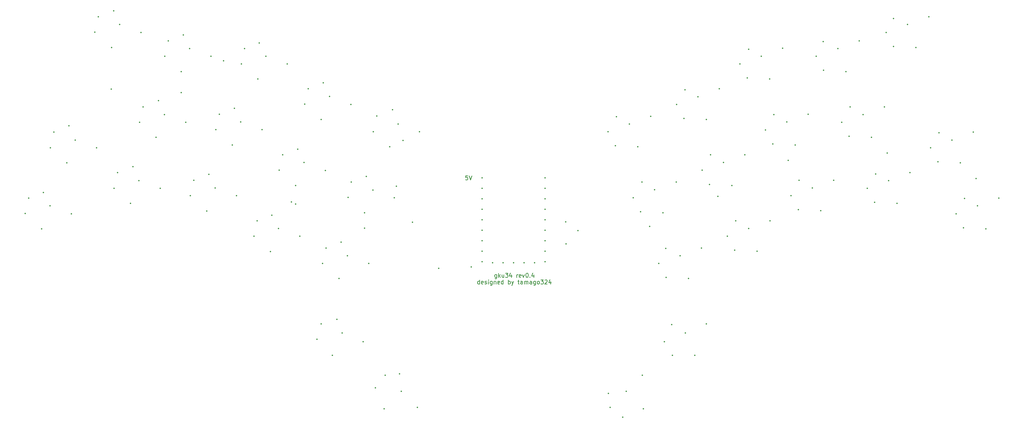
<source format=gto>
%TF.GenerationSoftware,KiCad,Pcbnew,(6.0.11)*%
%TF.CreationDate,2024-03-25T22:10:57+09:00*%
%TF.ProjectId,gku34,676b7533-342e-46b6-9963-61645f706362,rev?*%
%TF.SameCoordinates,Original*%
%TF.FileFunction,Legend,Top*%
%TF.FilePolarity,Positive*%
%FSLAX46Y46*%
G04 Gerber Fmt 4.6, Leading zero omitted, Abs format (unit mm)*
G04 Created by KiCad (PCBNEW (6.0.11)) date 2024-03-25 22:10:57*
%MOMM*%
%LPD*%
G01*
G04 APERTURE LIST*
%ADD10C,0.200000*%
%ADD11C,0.150000*%
%ADD12C,0.350000*%
G04 APERTURE END LIST*
D10*
X135414285Y-89658714D02*
X135414285Y-90468238D01*
X135366666Y-90563476D01*
X135319047Y-90611095D01*
X135223809Y-90658714D01*
X135080952Y-90658714D01*
X134985714Y-90611095D01*
X135414285Y-90277761D02*
X135319047Y-90325380D01*
X135128571Y-90325380D01*
X135033333Y-90277761D01*
X134985714Y-90230142D01*
X134938095Y-90134904D01*
X134938095Y-89849190D01*
X134985714Y-89753952D01*
X135033333Y-89706333D01*
X135128571Y-89658714D01*
X135319047Y-89658714D01*
X135414285Y-89706333D01*
X135890476Y-90325380D02*
X135890476Y-89325380D01*
X135985714Y-89944428D02*
X136271428Y-90325380D01*
X136271428Y-89658714D02*
X135890476Y-90039666D01*
X137128571Y-89658714D02*
X137128571Y-90325380D01*
X136700000Y-89658714D02*
X136700000Y-90182523D01*
X136747619Y-90277761D01*
X136842857Y-90325380D01*
X136985714Y-90325380D01*
X137080952Y-90277761D01*
X137128571Y-90230142D01*
X137509523Y-89325380D02*
X138128571Y-89325380D01*
X137795238Y-89706333D01*
X137938095Y-89706333D01*
X138033333Y-89753952D01*
X138080952Y-89801571D01*
X138128571Y-89896809D01*
X138128571Y-90134904D01*
X138080952Y-90230142D01*
X138033333Y-90277761D01*
X137938095Y-90325380D01*
X137652380Y-90325380D01*
X137557142Y-90277761D01*
X137509523Y-90230142D01*
X138985714Y-89658714D02*
X138985714Y-90325380D01*
X138747619Y-89277761D02*
X138509523Y-89992047D01*
X139128571Y-89992047D01*
X140271428Y-90325380D02*
X140271428Y-89658714D01*
X140271428Y-89849190D02*
X140319047Y-89753952D01*
X140366666Y-89706333D01*
X140461904Y-89658714D01*
X140557142Y-89658714D01*
X141271428Y-90277761D02*
X141176190Y-90325380D01*
X140985714Y-90325380D01*
X140890476Y-90277761D01*
X140842857Y-90182523D01*
X140842857Y-89801571D01*
X140890476Y-89706333D01*
X140985714Y-89658714D01*
X141176190Y-89658714D01*
X141271428Y-89706333D01*
X141319047Y-89801571D01*
X141319047Y-89896809D01*
X140842857Y-89992047D01*
X141652380Y-89658714D02*
X141890476Y-90325380D01*
X142128571Y-89658714D01*
X142700000Y-89325380D02*
X142795238Y-89325380D01*
X142890476Y-89373000D01*
X142938095Y-89420619D01*
X142985714Y-89515857D01*
X143033333Y-89706333D01*
X143033333Y-89944428D01*
X142985714Y-90134904D01*
X142938095Y-90230142D01*
X142890476Y-90277761D01*
X142795238Y-90325380D01*
X142700000Y-90325380D01*
X142604761Y-90277761D01*
X142557142Y-90230142D01*
X142509523Y-90134904D01*
X142461904Y-89944428D01*
X142461904Y-89706333D01*
X142509523Y-89515857D01*
X142557142Y-89420619D01*
X142604761Y-89373000D01*
X142700000Y-89325380D01*
X143461904Y-90230142D02*
X143509523Y-90277761D01*
X143461904Y-90325380D01*
X143414285Y-90277761D01*
X143461904Y-90230142D01*
X143461904Y-90325380D01*
X144366666Y-89658714D02*
X144366666Y-90325380D01*
X144128571Y-89277761D02*
X143890476Y-89992047D01*
X144509523Y-89992047D01*
X131271428Y-91935380D02*
X131271428Y-90935380D01*
X131271428Y-91887761D02*
X131176190Y-91935380D01*
X130985714Y-91935380D01*
X130890476Y-91887761D01*
X130842857Y-91840142D01*
X130795238Y-91744904D01*
X130795238Y-91459190D01*
X130842857Y-91363952D01*
X130890476Y-91316333D01*
X130985714Y-91268714D01*
X131176190Y-91268714D01*
X131271428Y-91316333D01*
X132128571Y-91887761D02*
X132033333Y-91935380D01*
X131842857Y-91935380D01*
X131747619Y-91887761D01*
X131700000Y-91792523D01*
X131700000Y-91411571D01*
X131747619Y-91316333D01*
X131842857Y-91268714D01*
X132033333Y-91268714D01*
X132128571Y-91316333D01*
X132176190Y-91411571D01*
X132176190Y-91506809D01*
X131700000Y-91602047D01*
X132557142Y-91887761D02*
X132652380Y-91935380D01*
X132842857Y-91935380D01*
X132938095Y-91887761D01*
X132985714Y-91792523D01*
X132985714Y-91744904D01*
X132938095Y-91649666D01*
X132842857Y-91602047D01*
X132700000Y-91602047D01*
X132604761Y-91554428D01*
X132557142Y-91459190D01*
X132557142Y-91411571D01*
X132604761Y-91316333D01*
X132700000Y-91268714D01*
X132842857Y-91268714D01*
X132938095Y-91316333D01*
X133414285Y-91935380D02*
X133414285Y-91268714D01*
X133414285Y-90935380D02*
X133366666Y-90983000D01*
X133414285Y-91030619D01*
X133461904Y-90983000D01*
X133414285Y-90935380D01*
X133414285Y-91030619D01*
X134319047Y-91268714D02*
X134319047Y-92078238D01*
X134271428Y-92173476D01*
X134223809Y-92221095D01*
X134128571Y-92268714D01*
X133985714Y-92268714D01*
X133890476Y-92221095D01*
X134319047Y-91887761D02*
X134223809Y-91935380D01*
X134033333Y-91935380D01*
X133938095Y-91887761D01*
X133890476Y-91840142D01*
X133842857Y-91744904D01*
X133842857Y-91459190D01*
X133890476Y-91363952D01*
X133938095Y-91316333D01*
X134033333Y-91268714D01*
X134223809Y-91268714D01*
X134319047Y-91316333D01*
X134795238Y-91268714D02*
X134795238Y-91935380D01*
X134795238Y-91363952D02*
X134842857Y-91316333D01*
X134938095Y-91268714D01*
X135080952Y-91268714D01*
X135176190Y-91316333D01*
X135223809Y-91411571D01*
X135223809Y-91935380D01*
X136080952Y-91887761D02*
X135985714Y-91935380D01*
X135795238Y-91935380D01*
X135700000Y-91887761D01*
X135652380Y-91792523D01*
X135652380Y-91411571D01*
X135700000Y-91316333D01*
X135795238Y-91268714D01*
X135985714Y-91268714D01*
X136080952Y-91316333D01*
X136128571Y-91411571D01*
X136128571Y-91506809D01*
X135652380Y-91602047D01*
X136985714Y-91935380D02*
X136985714Y-90935380D01*
X136985714Y-91887761D02*
X136890476Y-91935380D01*
X136700000Y-91935380D01*
X136604761Y-91887761D01*
X136557142Y-91840142D01*
X136509523Y-91744904D01*
X136509523Y-91459190D01*
X136557142Y-91363952D01*
X136604761Y-91316333D01*
X136700000Y-91268714D01*
X136890476Y-91268714D01*
X136985714Y-91316333D01*
X138223809Y-91935380D02*
X138223809Y-90935380D01*
X138223809Y-91316333D02*
X138319047Y-91268714D01*
X138509523Y-91268714D01*
X138604761Y-91316333D01*
X138652380Y-91363952D01*
X138700000Y-91459190D01*
X138700000Y-91744904D01*
X138652380Y-91840142D01*
X138604761Y-91887761D01*
X138509523Y-91935380D01*
X138319047Y-91935380D01*
X138223809Y-91887761D01*
X139033333Y-91268714D02*
X139271428Y-91935380D01*
X139509523Y-91268714D02*
X139271428Y-91935380D01*
X139176190Y-92173476D01*
X139128571Y-92221095D01*
X139033333Y-92268714D01*
X140509523Y-91268714D02*
X140890476Y-91268714D01*
X140652380Y-90935380D02*
X140652380Y-91792523D01*
X140700000Y-91887761D01*
X140795238Y-91935380D01*
X140890476Y-91935380D01*
X141652380Y-91935380D02*
X141652380Y-91411571D01*
X141604761Y-91316333D01*
X141509523Y-91268714D01*
X141319047Y-91268714D01*
X141223809Y-91316333D01*
X141652380Y-91887761D02*
X141557142Y-91935380D01*
X141319047Y-91935380D01*
X141223809Y-91887761D01*
X141176190Y-91792523D01*
X141176190Y-91697285D01*
X141223809Y-91602047D01*
X141319047Y-91554428D01*
X141557142Y-91554428D01*
X141652380Y-91506809D01*
X142128571Y-91935380D02*
X142128571Y-91268714D01*
X142128571Y-91363952D02*
X142176190Y-91316333D01*
X142271428Y-91268714D01*
X142414285Y-91268714D01*
X142509523Y-91316333D01*
X142557142Y-91411571D01*
X142557142Y-91935380D01*
X142557142Y-91411571D02*
X142604761Y-91316333D01*
X142700000Y-91268714D01*
X142842857Y-91268714D01*
X142938095Y-91316333D01*
X142985714Y-91411571D01*
X142985714Y-91935380D01*
X143890476Y-91935380D02*
X143890476Y-91411571D01*
X143842857Y-91316333D01*
X143747619Y-91268714D01*
X143557142Y-91268714D01*
X143461904Y-91316333D01*
X143890476Y-91887761D02*
X143795238Y-91935380D01*
X143557142Y-91935380D01*
X143461904Y-91887761D01*
X143414285Y-91792523D01*
X143414285Y-91697285D01*
X143461904Y-91602047D01*
X143557142Y-91554428D01*
X143795238Y-91554428D01*
X143890476Y-91506809D01*
X144795238Y-91268714D02*
X144795238Y-92078238D01*
X144747619Y-92173476D01*
X144700000Y-92221095D01*
X144604761Y-92268714D01*
X144461904Y-92268714D01*
X144366666Y-92221095D01*
X144795238Y-91887761D02*
X144700000Y-91935380D01*
X144509523Y-91935380D01*
X144414285Y-91887761D01*
X144366666Y-91840142D01*
X144319047Y-91744904D01*
X144319047Y-91459190D01*
X144366666Y-91363952D01*
X144414285Y-91316333D01*
X144509523Y-91268714D01*
X144700000Y-91268714D01*
X144795238Y-91316333D01*
X145414285Y-91935380D02*
X145319047Y-91887761D01*
X145271428Y-91840142D01*
X145223809Y-91744904D01*
X145223809Y-91459190D01*
X145271428Y-91363952D01*
X145319047Y-91316333D01*
X145414285Y-91268714D01*
X145557142Y-91268714D01*
X145652380Y-91316333D01*
X145700000Y-91363952D01*
X145747619Y-91459190D01*
X145747619Y-91744904D01*
X145700000Y-91840142D01*
X145652380Y-91887761D01*
X145557142Y-91935380D01*
X145414285Y-91935380D01*
X146080952Y-90935380D02*
X146700000Y-90935380D01*
X146366666Y-91316333D01*
X146509523Y-91316333D01*
X146604761Y-91363952D01*
X146652380Y-91411571D01*
X146700000Y-91506809D01*
X146700000Y-91744904D01*
X146652380Y-91840142D01*
X146604761Y-91887761D01*
X146509523Y-91935380D01*
X146223809Y-91935380D01*
X146128571Y-91887761D01*
X146080952Y-91840142D01*
X147080952Y-91030619D02*
X147128571Y-90983000D01*
X147223809Y-90935380D01*
X147461904Y-90935380D01*
X147557142Y-90983000D01*
X147604761Y-91030619D01*
X147652380Y-91125857D01*
X147652380Y-91221095D01*
X147604761Y-91363952D01*
X147033333Y-91935380D01*
X147652380Y-91935380D01*
X148509523Y-91268714D02*
X148509523Y-91935380D01*
X148271428Y-90887761D02*
X148033333Y-91602047D01*
X148652380Y-91602047D01*
D11*
%TO.C,RZ1*%
X128392523Y-65697380D02*
X127916333Y-65697380D01*
X127868714Y-66173571D01*
X127916333Y-66125952D01*
X128011571Y-66078333D01*
X128249666Y-66078333D01*
X128344904Y-66125952D01*
X128392523Y-66173571D01*
X128440142Y-66268809D01*
X128440142Y-66506904D01*
X128392523Y-66602142D01*
X128344904Y-66649761D01*
X128249666Y-66697380D01*
X128011571Y-66697380D01*
X127916333Y-66649761D01*
X127868714Y-66602142D01*
X128725857Y-65697380D02*
X129059190Y-66697380D01*
X129392523Y-65697380D01*
%TD*%
D12*
X152100000Y-76900000D03*
X251426492Y-66373508D03*
X229934037Y-60225527D03*
X206000000Y-62000000D03*
X188900000Y-70700000D03*
X162469744Y-118458170D03*
X177786104Y-101813896D03*
X176300000Y-83300000D03*
X193292046Y-76607954D03*
X208600000Y-66800000D03*
X227132046Y-65267954D03*
X248662046Y-71237954D03*
X170532046Y-67232046D03*
X187152046Y-60647954D03*
X202500000Y-50900000D03*
X220962046Y-49037954D03*
X242492046Y-55307954D03*
X231451213Y-27648787D03*
X214400000Y-33200000D03*
X196352046Y-35047954D03*
X180992046Y-44907954D03*
X164382046Y-51417954D03*
X111130868Y-68250000D03*
X42100000Y-44700000D03*
X59100000Y-45600000D03*
X103400000Y-78400000D03*
X85700000Y-72100000D03*
X86772081Y-72527919D03*
X111915115Y-113684885D03*
X96709439Y-100509439D03*
X97762480Y-81762480D03*
X80997480Y-75297480D03*
X65712480Y-65412480D03*
X47377480Y-63477480D03*
X25692480Y-69792480D03*
X31900000Y-53600000D03*
X53517480Y-47517480D03*
X71937480Y-49337480D03*
X87252480Y-59252480D03*
X103872480Y-65872480D03*
X110192480Y-49692480D03*
X93422480Y-43222480D03*
X77957480Y-33557480D03*
X59587480Y-31587480D03*
X42722480Y-25722480D03*
X129260000Y-87830000D03*
X155060000Y-79028919D03*
X152170000Y-82260000D03*
X121412000Y-88138000D03*
X69342000Y-37846000D03*
X112776000Y-57150000D03*
X115062000Y-76962000D03*
X172466000Y-77978000D03*
X218928534Y-52768704D03*
X224096843Y-50887593D03*
X229265152Y-49006482D03*
X226114762Y-56431779D03*
X220698056Y-56168526D03*
X170639087Y-114080913D03*
X162860913Y-121859087D03*
X166750000Y-117970000D03*
X170921930Y-122141930D03*
X165901472Y-124192540D03*
X99243157Y-85097593D03*
X94074848Y-83216482D03*
X104411466Y-86978704D03*
X97225238Y-90641779D03*
X93245017Y-86958324D03*
X82630000Y-78500000D03*
X77461691Y-76618889D03*
X87798309Y-80381111D03*
X80612081Y-84044186D03*
X76631860Y-80360731D03*
X54980000Y-50870000D03*
X60148309Y-52751111D03*
X49811691Y-48988889D03*
X52962081Y-56414186D03*
X48981860Y-52730731D03*
X44190000Y-29080000D03*
X39021691Y-27198889D03*
X49358309Y-30961111D03*
X42172081Y-34624186D03*
X38191860Y-30940731D03*
X204645152Y-34846482D03*
X199476843Y-36727593D03*
X194308534Y-38608704D03*
X201494762Y-42271779D03*
X196078056Y-42008526D03*
X72428309Y-70571111D03*
X62091691Y-66808889D03*
X67260000Y-68690000D03*
X65242081Y-74234186D03*
X61261860Y-70550731D03*
X147125000Y-66245000D03*
X147125000Y-68785000D03*
X147125000Y-71325000D03*
X147125000Y-73865000D03*
X147125000Y-76405000D03*
X147125000Y-78945000D03*
X147125000Y-81485000D03*
X147125000Y-84025000D03*
X147125000Y-86565000D03*
X144585000Y-86775000D03*
X142045000Y-86775000D03*
X139505000Y-86775000D03*
X136965000Y-86775000D03*
X134425000Y-86775000D03*
X131885000Y-86565000D03*
X131885000Y-84025000D03*
X131885000Y-81485000D03*
X131885000Y-78945000D03*
X131885000Y-76405000D03*
X131885000Y-73865000D03*
X131885000Y-71325000D03*
X131885000Y-68785000D03*
X131885000Y-66245000D03*
X68251691Y-50808889D03*
X78588309Y-54571111D03*
X73420000Y-52690000D03*
X71402081Y-58234186D03*
X67421860Y-54550731D03*
X116728309Y-55031111D03*
X106391691Y-51268889D03*
X111560000Y-53150000D03*
X109542081Y-58694186D03*
X105561860Y-55010731D03*
X223108309Y-33018889D03*
X217940000Y-34900000D03*
X212771691Y-36781111D03*
X219957919Y-40444186D03*
X214541213Y-40180933D03*
X43641691Y-64978889D03*
X53978309Y-68741111D03*
X48810000Y-66860000D03*
X46792081Y-72404186D03*
X42811860Y-68720731D03*
X110588309Y-71021111D03*
X100251691Y-67258889D03*
X105420000Y-69140000D03*
X103402081Y-74684186D03*
X99421860Y-71000731D03*
X234850000Y-29080000D03*
X240018309Y-27198889D03*
X229681691Y-30961111D03*
X236867919Y-34624186D03*
X231451213Y-34360933D03*
X55944848Y-33016482D03*
X66281466Y-36778704D03*
X61113157Y-34897593D03*
X59095238Y-40441779D03*
X55115017Y-36758324D03*
X196410000Y-78480000D03*
X191241691Y-80361111D03*
X201578309Y-76598889D03*
X198427919Y-84024186D03*
X193011213Y-83760933D03*
X251786843Y-73027593D03*
X256955152Y-71146482D03*
X246618534Y-74908704D03*
X253804762Y-78571779D03*
X248388056Y-78308526D03*
X235418309Y-64978889D03*
X230250000Y-66860000D03*
X225081691Y-68741111D03*
X232267919Y-72404186D03*
X226851213Y-72140933D03*
X210810000Y-50820000D03*
X205641691Y-52701111D03*
X200473382Y-54582222D03*
X207659610Y-58245297D03*
X202242904Y-57982044D03*
X189285152Y-44656482D03*
X184116843Y-46537593D03*
X178948534Y-48418704D03*
X186134762Y-52081779D03*
X180718056Y-51818526D03*
X27280000Y-73030000D03*
X22111691Y-71148889D03*
X32448309Y-74911111D03*
X25262081Y-78574186D03*
X21281860Y-74890731D03*
X211810000Y-68670000D03*
X206641691Y-70551111D03*
X216978309Y-66788889D03*
X213827919Y-74214186D03*
X208411213Y-73950933D03*
X178825152Y-67246482D03*
X168488534Y-71008704D03*
X173656843Y-69127593D03*
X175674762Y-74671779D03*
X170258056Y-74408526D03*
X108420913Y-114080913D03*
X112310000Y-117970000D03*
X116199087Y-121859087D03*
X108138070Y-122141930D03*
X106087460Y-117121472D03*
X92921963Y-101628156D03*
X97984740Y-103777177D03*
X103047517Y-105926198D03*
X95679426Y-109208156D03*
X91897437Y-105321440D03*
X172665152Y-51276482D03*
X162328534Y-55038704D03*
X167496843Y-53157593D03*
X169514762Y-58701779D03*
X164098056Y-58438526D03*
X88790000Y-62520000D03*
X83621691Y-60638889D03*
X93958309Y-64401111D03*
X86772081Y-68064186D03*
X82791860Y-64380731D03*
X176017223Y-105919021D03*
X181080000Y-103770000D03*
X186142777Y-101620979D03*
X183385314Y-109200979D03*
X177962254Y-109221574D03*
X190270000Y-62510000D03*
X195438309Y-60628889D03*
X185101691Y-64391111D03*
X192287919Y-68054186D03*
X186871213Y-67790933D03*
X79590000Y-36740000D03*
X74421691Y-34858889D03*
X84758309Y-38621111D03*
X77572081Y-42284186D03*
X73591860Y-38600731D03*
X184985152Y-83216482D03*
X174648534Y-86978704D03*
X179816843Y-85097593D03*
X181834762Y-90641779D03*
X176418056Y-90378526D03*
X245616843Y-57037593D03*
X240448534Y-58918704D03*
X250785152Y-55156482D03*
X247634762Y-62581779D03*
X242218056Y-62318526D03*
X100118309Y-48411111D03*
X94950000Y-46530000D03*
X89781691Y-44648889D03*
X92932081Y-52074186D03*
X88951860Y-48390731D03*
X28264848Y-55166482D03*
X38601466Y-58928704D03*
X33433157Y-57047593D03*
X31415238Y-62591779D03*
X27435017Y-58908324D03*
M02*

</source>
